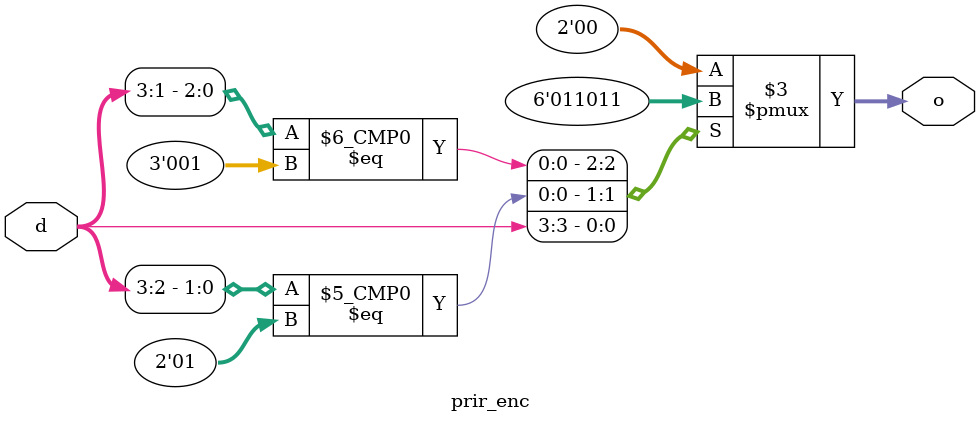
<source format=v>
module prir_enc(d,o);
input [3:0]d;
output reg [1:0]o;

always@(*)begin
casex (d)
4'b0001: o=2'b00; 
4'b001x:o=2'b01;  
4'b01xx: o=2'b10; 
4'b1xxx: o=2'b11;  
default: o=2'b00;  
endcase
end
endmodule



</source>
